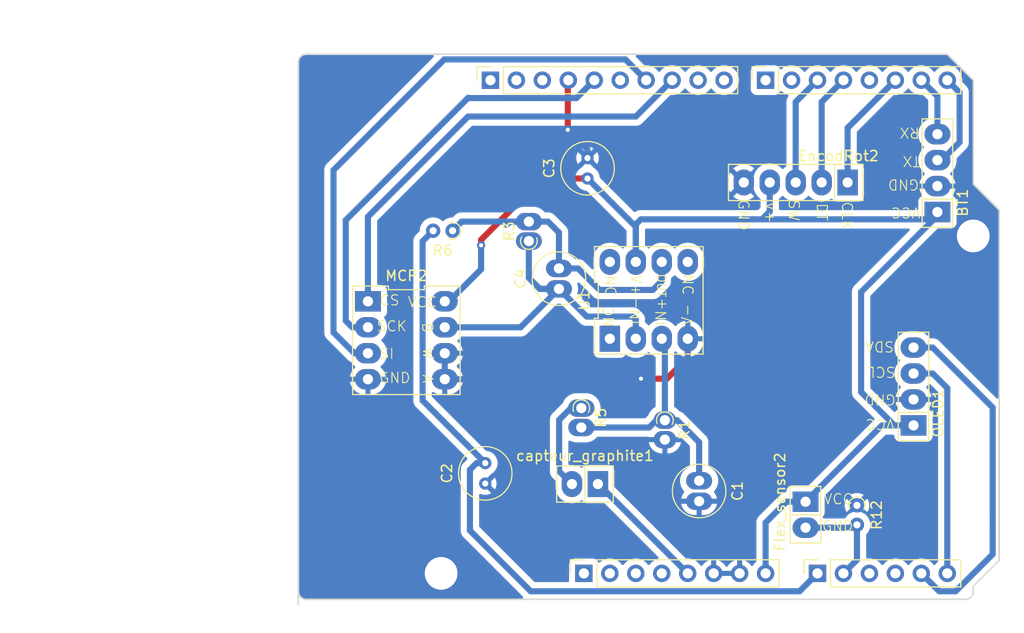
<source format=kicad_pcb>
(kicad_pcb (version 20221018) (generator pcbnew)
  (title_block (date "mar. 31 mars 2015"))
  (layers (0 "F.Cu" signal) (31 "B.Cu" signal) (34 "B.Paste" user) (35 "F.Paste" user) (36 "B.SilkS" user "B.Silkscreen") (37 "F.SilkS" user "F.Silkscreen") (38 "B.Mask" user) (39 "F.Mask" user) (44 "Edge.Cuts" user))
  (net 0 "")
  (net 1 "GND")
  (net 3 "/IOREF")
  (net 4 "/A2")
  (net 5 "/A3")
  (net 6 "/12")
  (net 7 "/AREF")
  (net 8 "/8")
  (net 9 "/7")
  (net 10 "/*9")
  (net 11 "/*6")
  (net 12 "/*3")
  (net 13 "+3V3")
  (net 14 "Vcc")
  (net 15 "/~{RESET}")
  (net 16 "Net-(C4-Pad2)")
  (net 17 "Net-(MCP2-B)")
  (net 18 "Net-(U1-+)")
  (net 21 "Net-(capteur_graphite1-SENSE)")
  (net 23 "A1")
  (net 24 "A0")
  (net 25 "SCL{slash}A5")
  (net 26 "SDA{slash}A4")
  (net 27 "TX")
  (net 28 "RX")
  (net 29 "D2")
  (net 30 "D4")
  (net 31 "D5")
  (net 32 "SCK")
  (net 33 "SI")
  (net 34 "SS")
  (footprint "Connector_PinSocket_2.54mm:PinSocket_1x08_P2.54mm_Vertical" (layer "F.Cu") (at 127.94 97.46 90)
    (fp_text reference "J1" hide)
    (fp_text value "Power")
    (fp_line (start -1.33 1.27) (end -1.33 19.11) (stroke (width 0.12)) (layer "F.SilkS"))
    (fp_line (start -1.33 1.27) (end 1.33 1.27) (stroke (width 0.12)) (layer "F.SilkS"))
    (fp_line (start -1.33 19.11) (end 1.33 19.11) (stroke (width 0.12)) (layer "F.SilkS"))
    (fp_line (start 0 -1.33) (end 1.33 -1.33) (stroke (width 0.12)) (layer "F.SilkS"))
    (fp_line (start 1.33 -1.33) (end 1.33 0) (stroke (width 0.12)) (layer "F.SilkS"))
    (fp_line (start 1.33 1.27) (end 1.33 19.11) (stroke (width 0.12)) (layer "F.SilkS"))
    (pad "1" thru_hole rect locked (at 0 0 90) (size 1.7 1.7) (drill 1) (layers "*.Cu" "*.Mask"))
    (pad "2" thru_hole oval locked (at 0 2.54 90) (size 1.7 1.7) (drill 1) (layers "*.Cu" "*.Mask") (net 3 "/IOREF"))
    (pad "3" thru_hole oval locked (at 0 5.08 90) (size 1.7 1.7) (drill 1) (layers "*.Cu" "*.Mask") (net 15 "/~{RESET}"))
    (pad "4" thru_hole oval locked (at 0 7.62 90) (size 1.7 1.7) (drill 1) (layers "*.Cu" "*.Mask") (net 13 "+3V3"))
    (pad "5" thru_hole oval locked (at 0 10.16 90) (size 1.7 1.7) (drill 1) (layers "*.Cu" "*.Mask") (net 14 "Vcc"))
    (pad "6" thru_hole oval locked (at 0 12.7 90) (size 1.7 1.7) (drill 1) (layers "*.Cu" "*.Mask") (net 1 "GND"))
    (pad "7" thru_hole oval locked (at 0 15.24 90) (size 1.7 1.7) (drill 1) (layers "*.Cu" "*.Mask") (net 1 "GND"))
    (pad "8" thru_hole oval locked (at 0 17.78 90) (size 1.7 1.7) (drill 1) (layers "*.Cu" "*.Mask") (net 14 "Vcc"))
  )
  (footprint "Connector_PinSocket_2.54mm:PinSocket_1x06_P2.54mm_Vertical" (layer "F.Cu") (at 150.8 97.46 90)
    (fp_text reference "J3" hide)
    (fp_text value "Analog")
    (fp_line (start -1.33 1.27) (end -1.33 14.03) (stroke (width 0.12)) (layer "F.SilkS"))
    (fp_line (start -1.33 1.27) (end 1.33 1.27) (stroke (width 0.12)) (layer "F.SilkS"))
    (fp_line (start -1.33 14.03) (end 1.33 14.03) (stroke (width 0.12)) (layer "F.SilkS"))
    (fp_line (start 0 -1.33) (end 1.33 -1.33) (stroke (width 0.12)) (layer "F.SilkS"))
    (fp_line (start 1.33 -1.33) (end 1.33 0) (stroke (width 0.12)) (layer "F.SilkS"))
    (fp_line (start 1.33 1.27) (end 1.33 14.03) (stroke (width 0.12)) (layer "F.SilkS"))
    (pad "1" thru_hole rect locked (at 0 0 90) (size 1.7 1.7) (drill 1) (layers "*.Cu" "*.Mask") (net 24 "A0"))
    (pad "2" thru_hole oval locked (at 0 2.54 90) (size 1.7 1.7) (drill 1) (layers "*.Cu" "*.Mask") (net 23 "A1"))
    (pad "3" thru_hole oval locked (at 0 5.08 90) (size 1.7 1.7) (drill 1) (layers "*.Cu" "*.Mask") (net 4 "/A2"))
    (pad "4" thru_hole oval locked (at 0 7.62 90) (size 1.7 1.7) (drill 1) (layers "*.Cu" "*.Mask") (net 5 "/A3"))
    (pad "5" thru_hole oval locked (at 0 10.16 90) (size 1.7 1.7) (drill 1) (layers "*.Cu" "*.Mask") (net 26 "SDA{slash}A4"))
    (pad "6" thru_hole oval locked (at 0 12.7 90) (size 1.7 1.7) (drill 1) (layers "*.Cu" "*.Mask") (net 25 "SCL{slash}A5"))
  )
  (footprint "Connector_PinSocket_2.54mm:PinSocket_1x10_P2.54mm_Vertical" (layer "F.Cu") (at 118.796 49.2 90)
    (fp_text reference "J2" hide)
    (fp_text value "Digital/PWM")
    (fp_line (start -1.33 1.27) (end -1.33 24.19) (stroke (width 0.12)) (layer "F.SilkS"))
    (fp_line (start -1.33 1.27) (end 1.33 1.27) (stroke (width 0.12)) (layer "F.SilkS"))
    (fp_line (start -1.33 24.19) (end 1.33 24.19) (stroke (width 0.12)) (layer "F.SilkS"))
    (fp_line (start 0 -1.33) (end 1.33 -1.33) (stroke (width 0.12)) (layer "F.SilkS"))
    (fp_line (start 1.33 -1.33) (end 1.33 0) (stroke (width 0.12)) (layer "F.SilkS"))
    (fp_line (start 1.33 1.27) (end 1.33 24.19) (stroke (width 0.12)) (layer "F.SilkS"))
    (pad "1" thru_hole rect locked (at 0 0 90) (size 1.7 1.7) (drill 1) (layers "*.Cu" "*.Mask") (net 25 "SCL{slash}A5"))
    (pad "2" thru_hole oval locked (at 0 2.54 90) (size 1.7 1.7) (drill 1) (layers "*.Cu" "*.Mask") (net 26 "SDA{slash}A4"))
    (pad "3" thru_hole oval locked (at 0 5.08 90) (size 1.7 1.7) (drill 1) (layers "*.Cu" "*.Mask") (net 7 "/AREF"))
    (pad "4" thru_hole oval locked (at 0 7.62 90) (size 1.7 1.7) (drill 1) (layers "*.Cu" "*.Mask") (net 1 "GND"))
    (pad "5" thru_hole oval locked (at 0 10.16 90) (size 1.7 1.7) (drill 1) (layers "*.Cu" "*.Mask") (net 32 "SCK"))
    (pad "6" thru_hole oval locked (at 0 12.7 90) (size 1.7 1.7) (drill 1) (layers "*.Cu" "*.Mask") (net 6 "/12"))
    (pad "7" thru_hole oval locked (at 0 15.24 90) (size 1.7 1.7) (drill 1) (layers "*.Cu" "*.Mask") (net 33 "SI"))
    (pad "8" thru_hole oval locked (at 0 17.78 90) (size 1.7 1.7) (drill 1) (layers "*.Cu" "*.Mask") (net 34 "SS"))
    (pad "9" thru_hole oval locked (at 0 20.32 90) (size 1.7 1.7) (drill 1) (layers "*.Cu" "*.Mask") (net 10 "/*9"))
    (pad "10" thru_hole oval locked (at 0 22.86 90) (size 1.7 1.7) (drill 1) (layers "*.Cu" "*.Mask") (net 8 "/8"))
  )
  (footprint "Connector_PinSocket_2.54mm:PinSocket_1x08_P2.54mm_Vertical" (layer "F.Cu") (at 145.72 49.2 90)
    (fp_text reference "J4" hide)
    (fp_text value "Digital/PWM")
    (fp_line (start -1.33 1.27) (end -1.33 19.11) (stroke (width 0.12)) (layer "F.SilkS"))
    (fp_line (start -1.33 1.27) (end 1.33 1.27) (stroke (width 0.12)) (layer "F.SilkS"))
    (fp_line (start -1.33 19.11) (end 1.33 19.11) (stroke (width 0.12)) (layer "F.SilkS"))
    (fp_line (start 0 -1.33) (end 1.33 -1.33) (stroke (width 0.12)) (layer "F.SilkS"))
    (fp_line (start 1.33 -1.33) (end 1.33 0) (stroke (width 0.12)) (layer "F.SilkS"))
    (fp_line (start 1.33 1.27) (end 1.33 19.11) (stroke (width 0.12)) (layer "F.SilkS"))
    (pad "1" thru_hole rect locked (at 0 0 90) (size 1.7 1.7) (drill 1) (layers "*.Cu" "*.Mask") (net 9 "/7"))
    (pad "2" thru_hole oval locked (at 0 2.54 90) (size 1.7 1.7) (drill 1) (layers "*.Cu" "*.Mask") (net 11 "/*6"))
    (pad "3" thru_hole oval locked (at 0 5.08 90) (size 1.7 1.7) (drill 1) (layers "*.Cu" "*.Mask") (net 31 "D5"))
    (pad "4" thru_hole oval locked (at 0 7.62 90) (size 1.7 1.7) (drill 1) (layers "*.Cu" "*.Mask") (net 30 "D4"))
    (pad "5" thru_hole oval locked (at 0 10.16 90) (size 1.7 1.7) (drill 1) (layers "*.Cu" "*.Mask") (net 12 "/*3"))
    (pad "6" thru_hole oval locked (at 0 12.7 90) (size 1.7 1.7) (drill 1) (layers "*.Cu" "*.Mask") (net 29 "D2"))
    (pad "7" thru_hole oval locked (at 0 15.24 90) (size 1.7 1.7) (drill 1) (layers "*.Cu" "*.Mask") (net 27 "TX"))
    (pad "8" thru_hole oval locked (at 0 17.78 90) (size 1.7 1.7) (drill 1) (layers "*.Cu" "*.Mask") (net 28 "RX"))
  )
  (footprint "Library_empreinte_graphite:OLED" (layer "F.Cu") (at 160.198 79.172 90)
    (fp_text reference "OLED1" (at -2.6162 2.413 90) (layer "F.SilkS"))
    (fp_text value "~")
    (fp_text user "VCC" (at -3.0988 -1.778 180 unlocked) (layer "F.SilkS") (effects (font (thickness 0.1)) (justify left bottom)))
    (fp_text user "GND" (at -0.6858 -1.6764 180 unlocked) (layer "F.SilkS") (effects (font (thickness 0.1)) (justify left bottom)))
    (fp_text user "SCL" (at 2.0066 -1.7018 180 unlocked) (layer "F.SilkS") (effects (font (thickness 0.1)) (justify left bottom)))
    (fp_text user "SDA" (at 4.4958 -1.8542 180 unlocked) (layer "F.SilkS") (effects (font (thickness 0.1)) (justify left bottom)))
    (fp_line (start -5.31 -1.5) (end 5.31 -1.5) (stroke (width 0.12)) (layer "F.SilkS"))
    (fp_line (start -5.31 1.5) (end -5.31 -1.5) (stroke (width 0.12)) (layer "F.SilkS"))
    (fp_line (start -2.54 -1.5) (end -2.54 1.5) (stroke (width 0.12)) (layer "F.SilkS"))
    (fp_line (start 5.31 -1.5) (end 5.31 1.5) (stroke (width 0.12)) (layer "F.SilkS"))
    (fp_line (start 5.31 1.5) (end -5.31 1.5) (stroke (width 0.12)) (layer "F.SilkS"))
    (pad "1" thru_hole rect (at -3.81 0 90) (size 2 2.54) (drill 1) (layers "*.Cu" "*.Mask") (net 14 "Vcc"))
    (pad "2" thru_hole oval (at -1.27 0 90) (size 2 2.54) (drill 1) (layers "*.Cu" "*.Mask") (net 1 "GND"))
    (pad "3" thru_hole oval (at 1.27 0 90) (size 2 2.54) (drill 1) (layers "*.Cu" "*.Mask") (net 25 "SCL{slash}A5"))
    (pad "4" thru_hole oval (at 3.81 0 90) (size 2 2.54) (drill 1) (layers "*.Cu" "*.Mask") (net 26 "SDA{slash}A4"))
  )
  (footprint "Library_empreinte_graphite:LTC1050" (layer "F.Cu") (at 134.29 70.74)
    (fp_text reference "U1" (at -6.31 0 90) (layer "F.SilkS"))
    (fp_text value "LTC1050")
    (fp_text user "NC" (at 3.2258 -2.6162 -90 unlocked) (layer "F.SilkS") (effects (font (thickness 0.1)) (justify left bottom)))
    (fp_text user "NC" (at -3.3274 2.6924 90 unlocked) (layer "F.SilkS") (effects (font (thickness 0.1)) (justify left bottom)))
    (fp_text user "V-" (at 4.318 2.5146 90 unlocked) (layer "F.SilkS") (effects (font (thickness 0.1)) (justify left bottom)))
    (fp_text user "IN-" (at -0.7366 2.4638 90 unlocked) (layer "F.SilkS") (effects (font (thickness 0.1)) (justify left bottom)))
    (fp_text user "OUT" (at 0.762 -2.6416 270 unlocked) (layer "F.SilkS") (effects (font (size 0.8 0.8) (thickness 0.1)) (justify left bottom)))
    (fp_text user "NC" (at -4.3434 -2.5146 -90 unlocked) (layer "F.SilkS") (effects (font (thickness 0.1)) (justify left bottom)))
    (fp_text user "V+" (at -1.8034 -2.5654 -90 unlocked) (layer "F.SilkS") (effects (font (thickness 0.1)) (justify left bottom)))
    (fp_text user "IN+" (at 1.8034 2.5654 90 unlocked) (layer "F.SilkS") (effects (font (thickness 0.1)) (justify left bottom)))
    (fp_line (start -5.31 -5.26) (end -5.31 -1.753333) (stroke (width 0.12)) (layer "F.SilkS"))
    (fp_line (start -5.31 -1.753333) (end -4.95 -1.753333) (stroke (width 0.12)) (layer "F.SilkS"))
    (fp_line (start -5.31 1.753333) (end -5.31 5.26) (stroke (width 0.12)) (layer "F.SilkS"))
    (fp_line (start -5.31 5.26) (end 5.31 5.26) (stroke (width 0.12)) (layer "F.SilkS"))
    (fp_line (start -4.95 -1.753333) (end -4.95 1.753333) (stroke (width 0.12)) (layer "F.SilkS"))
    (fp_line (start -4.95 1.753333) (end -5.31 1.753333) (stroke (width 0.12)) (layer "F.SilkS"))
    (fp_line (start 5.31 -5.26) (end -5.31 -5.26) (stroke (width 0.12)) (layer "F.SilkS"))
    (fp_line (start 5.31 5.26) (end 5.31 -5.26) (stroke (width 0.12)) (layer "F.SilkS"))
    (pad "1" thru_hole rect (at -3.81 3.76) (size 2 2.54) (drill 1) (layers "*.Cu" "*.Mask"))
    (pad "2" thru_hole oval (at -1.27 3.76) (size 2 2.54) (drill 1) (layers "*.Cu" "*.Mask") (net 17 "Net-(MCP2-B)"))
    (pad "3" thru_hole oval (at 1.27 3.76) (size 2 2.54) (drill 1) (layers "*.Cu" "*.Mask") (net 18 "Net-(U1-+)"))
    (pad "4" thru_hole oval (at 3.81 3.76) (size 2 2.54) (drill 1) (layers "*.Cu" "*.Mask") (net 1 "GND"))
    (pad "5" thru_hole oval (at 3.81 -3.76) (size 2 2.54) (drill 1) (layers "*.Cu" "*.Mask"))
    (pad "6" thru_hole oval (at 1.27 -3.76) (size 2 2.54) (drill 1) (layers "*.Cu" "*.Mask") (net 16 "Net-(C4-Pad2)"))
    (pad "7" thru_hole oval (at -1.27 -3.76) (size 2 2.54) (drill 1) (layers "*.Cu" "*.Mask") (net 14 "Vcc"))
    (pad "8" thru_hole oval (at -3.81 -3.76) (size 2 2.54) (drill 1) (layers "*.Cu" "*.Mask"))
  )
  (footprint "Capacitor_THT:C_Radial_D5.0mm_H5.0mm_P2.00mm" (layer "F.Cu") (at 125.5016 69.6216 90)
    (fp_text reference "C4" (at 1 -3.75 90) (layer "F.SilkS"))
    (fp_text value "1u")
    (fp_circle (center 1 0) (end 3.62 0) (stroke (width 0.12)) (fill none) (layer "F.SilkS"))
    (pad "1" thru_hole oval (at 0 0 90) (size 1.7 2.54) (drill 1) (layers "*.Cu" "*.Mask") (net 17 "Net-(MCP2-B)"))
    (pad "2" thru_hole oval (at 2 0 90) (size 1.7 2.54) (drill 1) (layers "*.Cu" "*.Mask") (net 16 "Net-(C4-Pad2)"))
  )
  (footprint "Library_empreinte_graphite:Encodeur" (layer "F.Cu") (at 148.6664 59.2076 180)
    (fp_text reference "EncodRot2" (at -4.1656 2.5908) (layer "F.SilkS"))
    (fp_text value "~")
    (fp_text user "SW" (at 0.762 -1.6256 270 unlocked) (layer "F.SilkS") (effects (font (thickness 0.1)) (justify left bottom)))
    (fp_text user "DT" (at -1.9812 -1.9558 270 unlocked) (layer "F.SilkS") (effects (font (thickness 0.1)) (justify left bottom)))
    (fp_text user "CLK" (at -4.445 -1.8034 270 unlocked) (layer "F.SilkS") (effects (font (thickness 0.1)) (justify left bottom)))
    (fp_text user "V+" (at 3.0734 -1.8288 270 unlocked) (layer "F.SilkS") (effects (font (thickness 0.1)) (justify left bottom)))
    (fp_text user "GND" (at 5.6896 -1.6002 270 unlocked) (layer "F.SilkS") (effects (font (thickness 0.1)) (justify left bottom)))
    (fp_line (start -6.58 -1.77) (end 6.58 -1.77) (stroke (width 0.12)) (layer "F.SilkS"))
    (fp_line (start -6.58 1.77) (end -6.58 -1.77) (stroke (width 0.12)) (layer "F.SilkS"))
    (fp_line (start -3.81 -1.77) (end -3.81 1.77) (stroke (width 0.12)) (layer "F.SilkS"))
    (fp_line (start 6.58 -1.77) (end 6.58 1.77) (stroke (width 0.12)) (layer "F.SilkS"))
    (fp_line (start 6.58 1.77) (end -6.58 1.77) (stroke (width 0.12)) (layer "F.SilkS"))
    (pad "1" thru_hole rect (at -5.08 0 180) (size 2 2.54) (drill 1) (layers "*.Cu" "*.Mask") (net 29 "D2"))
    (pad "2" thru_hole oval (at -2.54 0 180) (size 2 2.54) (drill 1) (layers "*.Cu" "*.Mask") (net 30 "D4"))
    (pad "3" thru_hole oval (at 0 0 180) (size 2 2.54) (drill 1) (layers "*.Cu" "*.Mask") (net 31 "D5"))
    (pad "4" thru_hole oval (at 2.54 0 180) (size 2 2.54) (drill 1) (layers "*.Cu" "*.Mask") (net 14 "Vcc"))
    (pad "5" thru_hole oval (at 5.08 0 180) (size 2 2.54) (drill 1) (layers "*.Cu" "*.Mask") (net 1 "GND"))
  )
  (footprint "Resistor_THT:R_Axial_DIN0204_L3.6mm_D1.6mm_P1.90mm_Vertical" (layer "F.Cu") (at 154.6608 90.8052 -90)
    (fp_text reference "R12" (at 0.95 -1.92 -270) (layer "F.SilkS"))
    (fp_text value "56.4K")
    (fp_arc (start 0.320095 0.749359) (mid -0.813042 -0.054435) (end 0.417133 -0.7) (stroke (width 0.12)) (layer "F.SilkS"))
    (pad "1" thru_hole circle (at 0 0 270) (size 1.4 1.4) (drill 0.7) (layers "*.Cu" "*.Mask") (net 1 "GND"))
    (pad "2" thru_hole oval (at 1.9 0 270) (size 1.4 1.4) (drill 0.7) (layers "*.Cu" "*.Mask") (net 23 "A1"))
  )
  (footprint "Library_empreinte_graphite:Bluetooth" (layer "F.Cu") (at 162.5348 58.2932 90)
    (fp_text reference "BT1" (at -2.8956 2.4638 90) (layer "F.SilkS"))
    (fp_text value "~")
    (fp_text user "RX" (at 4.5466 -1.6764 180 unlocked) (layer "F.SilkS") (effects (font (thickness 0.1)) (justify left bottom)))
    (fp_text user "VCC" (at -3.2766 -1.6002 180 unlocked) (layer "F.SilkS") (effects (font (thickness 0.1)) (justify left bottom)))
    (fp_text user "GND" (at -0.5334 -1.7272 180 unlocked) (layer "F.SilkS") (effects (font (thickness 0.1)) (justify left bottom)))
    (fp_text user "TX" (at 1.7526 -1.6256 180 unlocked) (layer "F.SilkS") (effects (font (thickness 0.1)) (justify left bottom)))
    (fp_line (start -5.31 -1.5) (end 5.31 -1.5) (stroke (width 0.12)) (layer "F.SilkS"))
    (fp_line (start -5.31 1.5) (end -5.31 -1.5) (stroke (width 0.12)) (layer "F.SilkS"))
    (fp_line (start -2.54 -1.5) (end -2.54 1.5) (stroke (width 0.12)) (layer "F.SilkS"))
    (fp_line (start 5.31 -1.5) (end 5.31 1.5) (stroke (width 0.12)) (layer "F.SilkS"))
    (fp_line (start 5.31 1.5) (end -5.31 1.5) (stroke (width 0.12)) (layer "F.SilkS"))
    (pad "1" thru_hole rect (at -3.81 0 90) (size 2 2.54) (drill 1) (layers "*.Cu" "*.Mask") (net 14 "Vcc"))
    (pad "2" thru_hole oval (at -1.27 0 90) (size 2 2.54) (drill 1) (layers "*.Cu" "*.Mask") (net 1 "GND"))
    (pad "3" thru_hole oval (at 1.27 0 90) (size 2 2.54) (drill 1) (layers "*.Cu" "*.Mask") (net 28 "RX"))
    (pad "4" thru_hole oval (at 3.81 0 90) (size 2 2.54) (drill 1) (layers "*.Cu" "*.Mask") (net 27 "TX"))
  )
  (footprint "Resistor_THT:R_Axial_DIN0204_L3.6mm_D1.6mm_P1.90mm_Vertical" (layer "F.Cu") (at 127.686 81.2852 -90)
    (fp_text reference "R5" (at 0.95 -1.92 -270) (layer "F.SilkS"))
    (fp_text value "10k")
    (fp_arc (start 0.320095 0.749359) (mid -0.813042 -0.054435) (end 0.417133 -0.7) (stroke (width 0.12)) (layer "F.SilkS"))
    (pad "1" thru_hole oval (at 0 0 270) (size 1.7 2.57) (drill 1) (layers "*.Cu" "*.Mask") (net 21 "Net-(capteur_graphite1-SENSE)"))
    (pad "2" thru_hole oval (at 1.9 0 270) (size 1.7 2.54) (drill 1) (layers "*.Cu" "*.Mask") (net 18 "Net-(U1-+)"))
  )
  (footprint "Resistor_THT:R_Axial_DIN0204_L3.6mm_D1.6mm_P1.90mm_Vertical" (layer "F.Cu") (at 135.8648 82.474 -90)
    (fp_text reference "R1" (at 0.95 -1.92 90) (layer "F.SilkS"))
    (fp_text value "100K")
    (fp_arc (start 0.320095 0.749359) (mid -0.813042 -0.054435) (end 0.417133 -0.7) (stroke (width 0.12)) (layer "F.SilkS"))
    (pad "1" thru_hole oval (at 0 0 270) (size 1.7 2.2) (drill 1) (layers "*.Cu" "*.Mask") (net 18 "Net-(U1-+)"))
    (pad "2" thru_hole oval (at 1.9 0 270) (size 1.7 2.2) (drill 1) (layers "*.Cu" "*.Mask") (net 1 "GND"))
  )
  (footprint "Library_empreinte_graphite:FLEX" (layer "F.Cu") (at 149.6316 91.7196 -90)
    (fp_text reference "Flex_sensor2" (at -1.2446 2.5 90) (layer "F.SilkS"))
    (fp_text value "~")
    (fp_text user "VCC" (at -0.9398 -1.7018 unlocked) (layer "F.SilkS") (effects (font (thickness 0.1)) (justify left bottom)))
    (fp_text user "GND" (at 1.7018 -1.5494 unlocked) (layer "F.SilkS") (effects (font (thickness 0.1)) (justify left bottom)))
    (fp_line (start -2.77 -1.5) (end 2.77 -1.5) (stroke (width 0.12)) (layer "F.SilkS"))
    (fp_line (start -2.77 1.5) (end -2.77 -1.5) (stroke (width 0.12)) (layer "F.SilkS"))
    (fp_line (start 0 -1.5) (end 0 1.5) (stroke (width 0.12)) (layer "F.SilkS"))
    (fp_line (start 2.77 -1.5) (end 2.77 1.5) (stroke (width 0.12)) (layer "F.SilkS"))
    (fp_line (start 2.77 1.5) (end -2.77 1.5) (stroke (width 0.12)) (layer "F.SilkS"))
    (pad "1" thru_hole rect (at -1.27 0 270) (size 2 2.54) (drill 1) (layers "*.Cu" "*.Mask") (net 14 "Vcc"))
    (pad "2" thru_hole oval (at 1.27 0 270) (size 2 2.54) (drill 1) (layers "*.Cu" "*.Mask") (net 23 "A1"))
  )
  (footprint "Arduino_MountingHole:MountingHole_3.2mm" (layer "F.Cu") (at 115.24 49.2)
    (fp_text reference "MH1" hide)
    (fp_text value "MountingHole_3.2mm" hide)
    (pad "" np_thru_hole circle locked (at 0 0) (size 3.2 3.2) (drill 3.2) (layers "*.Cu" "*.Mask"))
  )
  (footprint "Resistor_THT:R_Axial_DIN0204_L3.6mm_D1.6mm_P1.90mm_Vertical" (layer "F.Cu") (at 122.5552 64.9386 90)
    (fp_text reference "R3" (at 0.95 -1.92 90) (layer "F.SilkS"))
    (fp_text value "100k")
    (fp_arc (start 0.320095 0.749359) (mid -0.813042 -0.054435) (end 0.417133 -0.7) (stroke (width 0.12)) (layer "F.SilkS"))
    (pad "1" thru_hole oval (at 0 0 90) (size 1.7 2.54) (drill 1) (layers "*.Cu" "*.Mask") (net 17 "Net-(MCP2-B)"))
    (pad "2" thru_hole oval (at 1.9 0 90) (size 1.7 2.54) (drill 1) (layers "*.Cu" "*.Mask") (net 16 "Net-(C4-Pad2)"))
  )
  (footprint "Capacitor_THT:C_Radial_D5.0mm_H5.0mm_P2.00mm" (layer "F.Cu") (at 118.288 88.6716 90)
    (fp_text reference "C2" (at 1 -3.75 90) (layer "F.SilkS"))
    (fp_text value "100n")
    (fp_circle (center 1 0) (end 3.62 0) (stroke (width 0.12)) (fill none) (layer "F.SilkS"))
    (pad "1" thru_hole circle (at 0 0 90) (size 1.2 1.2) (drill 0.6) (layers "*.Cu" "*.Mask") (net 1 "GND"))
    (pad "2" thru_hole circle (at 2 0 90) (size 1.2 1.2) (drill 0.6) (layers "*.Cu" "*.Mask") (net 24 "A0"))
  )
  (footprint "Capacitor_THT:C_Radial_D5.0mm_H5.0mm_P2.00mm" (layer "F.Cu") (at 139.2176 88.3988 -90)
    (fp_text reference "C1" (at 1 -3.75 -90) (layer "F.SilkS"))
    (fp_text value "100N")
    (fp_circle (center 1 0) (end 3.62 0) (stroke (width 0.12)) (fill none) (layer "F.SilkS"))
    (pad "1" thru_hole oval (at 0 0 270) (size 1.7 2.54) (drill 1) (layers "*.Cu" "*.Mask") (net 18 "Net-(U1-+)"))
    (pad "2" thru_hole oval (at 2 0 270) (size 1.7 2.54) (drill 1) (layers "*.Cu" "*.Mask") (net 1 "GND"))
  )
  (footprint "Arduino_MountingHole:MountingHole_3.2mm" (layer "F.Cu") (at 113.97 97.46)
    (fp_text reference "MH2" hide)
    (fp_text value "MountingHole_3.2mm" hide)
    (pad "" np_thru_hole circle locked (at 0 0) (size 3.2 3.2) (drill 3.2) (layers "*.Cu" "*.Mask"))
  )
  (footprint "Arduino_MountingHole:MountingHole_3.2mm" (layer "F.Cu") (at 166.04 64.44)
    (fp_text reference "MH3" hide)
    (fp_text value "MountingHole_3.2mm" hide)
    (pad "" np_thru_hole circle locked (at 0 0) (size 3.2 3.2) (drill 3.2) (layers "*.Cu" "*.Mask"))
  )
  (footprint "Capacitor_THT:C_Radial_D5.0mm_H5.0mm_P2.00mm" (layer "F.Cu") (at 128.2956 58.82 90)
    (fp_text reference "C3" (at 1 -3.75 90) (layer "F.SilkS"))
    (fp_text value "100N")
    (fp_circle (center 1 0) (end 3.62 0) (stroke (width 0.12)) (fill none) (layer "F.SilkS"))
    (pad "1" thru_hole circle (at 0 0 90) (size 1.2 1.2) (drill 0.6) (layers "*.Cu" "*.Mask") (net 14 "Vcc"))
    (pad "2" thru_hole circle (at 2 0 90) (size 1.2 1.2) (drill 0.6) (layers "*.Cu" "*.Mask") (net 1 "GND"))
  )
  (footprint "Arduino_MountingHole:MountingHole_3.2mm" (layer "F.Cu") (at 166.04 92.38)
    (fp_text reference "MH4" hide)
    (fp_text value "MountingHole_3.2mm" hide)
    (pad "" np_thru_hole circle locked (at 0 0) (size 3.2 3.2) (drill 3.2) (layers "*.Cu" "*.Mask"))
  )
  (footprint "Library_empreinte_graphite:MCP41050" (layer "F.Cu") (at 110.5672 74.6508 -90)
    (fp_text reference "MCP2" (at -6.31 0) (layer "F.SilkS"))
    (fp_text value "~")
    (fp_text user "SI" (at 1.905 2.6924 unlocked) (layer "F.SilkS") (effects (font (thickness 0.1)) (justify left bottom)))
    (fp_text user "W" (at 0.635 -1.5494 -90 unlocked) (layer "F.SilkS") (effects (font (thickness 0.1)) (justify left bottom)))
    (fp_text user "GND" (at 4.2672 2.7178 unlocked) (layer "F.SilkS") (effects (font (thickness 0.1)) (justify left bottom)))
    (fp_text user "A" (at 3.2766 -1.4986 -90 unlocked) (layer "F.SilkS") (effects (font (thickness 0.1)) (justify left bottom)))
    (fp_text user "CS" (at -3.3274 2.6924 unlocked) (layer "F.SilkS") (effects (font (thickness 0.1)) (justify left bottom)))
    (fp_text user "VCC" (at -3.1496 -0.0762 unlocked) (layer "F.SilkS") (effects (font (thickness 0.1)) (justify left bottom)))
    (fp_text user "SCK" (at -0.7874 2.9718 unlocked) (layer "F.SilkS") (effects (font (thickness 0.1)) (justify left bottom)))
    (fp_text user "B" (at -1.8034 -1.4732 -90 unlocked) (layer "F.SilkS") (effects (font (thickness 0.1)) (justify left bottom)))
    (fp_line (start -5.31 -5.26) (end -5.31 -1.753333) (stroke (width 0.12)) (layer "F.SilkS"))
    (fp_line (start -5.31 -1.753333) (end -4.95 -1.753333) (stroke (width 0.12)) (layer "F.SilkS"))
    (fp_line (start -5.31 1.753333) (end -5.31 5.26) (stroke (width 0.12)) (layer "F.SilkS"))
    (fp_line (start -5.31 5.26) (end 5.31 5.26) (stroke (width 0.12)) (layer "F.SilkS"))
    (fp_line (start -4.95 -1.753333) (end -4.95 1.753333) (stroke (width 0.12)) (layer "F.SilkS"))
    (fp_line (start -4.95 1.753333) (end -5.31 1.753333) (stroke (width 0.12)) (layer "F.SilkS"))
    (fp_line (start 5.31 -5.26) (end -5.31 -5.26) (stroke (width 0.12)) (layer "F.SilkS"))
    (fp_line (start 5.31 5.26) (end 5.31 -5.26) (stroke (width 0.12)) (layer "F.SilkS"))
    (pad "1" thru_hole rect (at -3.81 3.76 270) (size 2 2.54) (drill 1) (layers "*.Cu" "*.Mask") (net 34 "SS"))
    (pad "2" thru_hole oval (at -1.27 3.76 270) (size 2 2.54) (drill 1) (layers "*.Cu" "*.Mask") (net 32 "SCK"))
    (pad "3" thru_hole oval (at 1.27 3.76 270) (size 2 2.54) (drill 1) (layers "*.Cu" "*.Mask") (net 33 "SI"))
    (pad "4" thru_hole oval (at 3.81 3.76 270) (size 2 2.54) (drill 1) (layers "*.Cu" "*.Mask") (net 1 "GND"))
    (pad "5" thru_hole oval (at 3.81 -3.76 270) (size 2 2.54) (drill 1) (layers "*.Cu" "*.Mask") (net 1 "GND"))
    (pad "6" thru_hole oval (at 1.27 -3.76 270) (size 2 2.54) (drill 1) (layers "*.Cu" "*.Mask") (net 1 "GND"))
    (pad "7" thru_hole oval (at -1.27 -3.76 270) (size 2 2.54) (drill 1) (layers "*.Cu" "*.Mask") (net 17 "Net-(MCP2-B)"))
    (pad "8" thru_hole oval (at -3.81 -3.76 270) (size 2 2.54) (drill 1) (layers "*.Cu" "*.Mask") (net 14 "Vcc"))
  )
  (footprint "Library_empreinte_graphite:Capteur_graphite" (layer "F.Cu") (at 128.0416 88.7224 180)
    (fp_text reference "capteur_graphite1" (at 0 2.77) (layer "F.SilkS"))
    (fp_text value "~")
    (fp_line (start -2.77 -1.77) (end 2.77 -1.77) (stroke (width 0.12)) (layer "F.SilkS"))
    (fp_line (start -2.77 1.77) (end -2.77 -1.77) (stroke (width 0.12)) (layer "F.SilkS"))
    (fp_line (start 0 -1.77) (end 0 1.77) (stroke (width 0.12)) (layer "F.SilkS"))
    (fp_line (start 2.77 -1.77) (end 2.77 1.77) (stroke (width 0.12)) (layer "F.SilkS"))
    (fp_line (start 2.77 1.77) (end -2.77 1.77) (stroke (width 0.12)) (layer "F.SilkS"))
    (pad "1" thru_hole rect (at -1.27 0 180) (size 2 2.54) (drill 1) (layers "*.Cu" "*.Mask") (net 14 "Vcc"))
    (pad "2" thru_hole oval (at 1.27 0 180) (size 2 2.54) (drill 1) (layers "*.Cu" "*.Mask") (net 21 "Net-(capteur_graphite1-SENSE)"))
  )
  (footprint "Resistor_THT:R_Axial_DIN0204_L3.6mm_D1.6mm_P1.90mm_Vertical" (layer "F.Cu") (at 115.0876 63.932 180)
    (fp_text reference "R6" (at 0.95 -1.92) (layer "F.SilkS"))
    (fp_text value "1k")
    (fp_arc (start 0.320095 0.749359) (mid -0.813042 -0.054435) (end 0.417133 -0.7) (stroke (width 0.12)) (layer "F.SilkS"))
    (pad "1" thru_hole circle (at 0 0 180) (size 1.4 1.4) (drill 0.7) (layers "*.Cu" "*.Mask") (net 16 "Net-(C4-Pad2)"))
    (pad "2" thru_hole oval (at 1.9 0 180) (size 1.4 1.4) (drill 0.7) (layers "*.Cu" "*.Mask") (net 24 "A0"))
  )
  (gr_line (start 166.04 59.36) (end 168.58 61.9) (stroke (width 0.15)) (layer "Edge.Cuts"))
  (gr_line (start 100 100.508) (end 100 47.422) (stroke (width 0.15)) (layer "Edge.Cuts"))
  (gr_line (start 168.58 61.9) (end 168.58 96.19) (stroke (width 0.15)) (layer "Edge.Cuts"))
  (gr_line (start 165.278 100) (end 100.762 100) (stroke (width 0.15)) (layer "Edge.Cuts"))
  (gr_line (start 100.762 46.66) (end 163.5 46.66) (stroke (width 0.15)) (layer "Edge.Cuts"))
  (gr_arc (start 100.762 100) (mid 100.223185 99.776815) (end 100 99.238) (stroke (width 0.15)) (layer "Edge.Cuts"))
  (gr_line (start 168.58 96.19) (end 166.04 98.73) (stroke (width 0.15)) (layer "Edge.Cuts"))
  (gr_line (start 163.5 46.66) (end 166.04 49.2) (stroke (width 0.15)) (layer "Edge.Cuts"))
  (gr_arc (start 166.04 99.238) (mid 165.816815 99.776815) (end 165.278 100) (stroke (width 0.15)) (layer "Edge.Cuts"))
  (gr_line (start 166.04 49.2) (end 166.04 59.36) (stroke (width 0.15)) (layer "Edge.Cuts"))
  (gr_line (start 166.04 98.73) (end 166.04 99.238) (stroke (width 0.15)) (layer "Edge.Cuts"))
  (gr_arc (start 100 47.422) (mid 100.223185 46.883185) (end 100.762 46.66) (stroke (width 0.15)) (layer "Edge.Cuts"))
  (segment (start 136.06 78.41) (end 138.1 76.37) (width 0.6) (layer "F.Cu") (net 1))
  (segment (start 133.528 78.41) (end 136.06 78.41) (width 0.6) (layer "F.Cu") (net 1))
  (segment (start 126.3652 49.2508) (end 126.416 49.2) (width 0.6) (layer "F.Cu") (net 1))
  (segment (start 126.3652 54.0555) (end 126.3652 49.2508) (width 0.6) (layer "F.Cu") (net 1))
  (segment (start 138.1 76.37) (end 138.1 74.5) (width 0.6) (layer "F.Cu") (net 1))
  (via (at 126.3652 54.0555) (size 0.8) (drill 0.4) (layers "F.Cu" "B.Cu") (net 1))
  (via (at 133.528 78.41) (size 0.8) (drill 0.4) (layers "F.Cu" "B.Cu") (net 1))
  (segment (start 128.2956 55.9859) (end 126.3652 54.0555) (width 0.6) (layer "B.Cu") (net 1))
  (segment (start 128.6512 57.1756) (end 128.2956 56.82) (width 0.6) (layer "B.Cu") (net 1))
  (segment (start 133.4772 78.4608) (end 133.528 78.41) (width 0.6) (layer "B.Cu") (net 1))
  (segment (start 128.2956 56.82) (end 128.2956 55.9859) (width 0.6) (layer "B.Cu") (net 1))
  (segment (start 114.3272 78.4608) (end 114.3272 75.9208) (width 0.6) (layer "B.Cu") (net 1))
  (segment (start 107.224206 78.4608) (end 106.8072 78.4608) (width 0.6) (layer "B.Cu") (net 1))
  (segment (start 114.3272 78.4608) (end 133.4772 78.4608) (width 0.6) (layer "B.Cu") (net 1))
  (segment (start 106.8072 78.4608) (end 107.228672 78.4608) (width 0.6) (layer "B.Cu") (net 1))
  (segment (start 117.8816 65.3544) (end 117.8816 64.817326) (width 0.6) (layer "F.Cu") (net 14))
  (segment (start 117.8816 64.817326) (end 123.878926 58.82) (width 0.6) (layer "F.Cu") (net 14))
  (segment (start 123.878926 58.82) (end 128.2956 58.82) (width 0.6) (layer "F.Cu") (net 14))
  (segment (start 132.8168 66.7768) (end 133.02 66.98) (width 0.6) (layer "F.Cu") (net 14))
  (via (at 117.8816 65.3544) (size 0.8) (drill 0.4) (layers "F.Cu" "B.Cu") (net 14))
  (segment (start 145.72 92.4912) (end 147.7616 90.4496) (width 0.6) (layer "B.Cu") (net 14))
  (segment (start 138.1 97.46) (end 129.3624 88.7224) (width 0.6) (layer "B.Cu") (net 14))
  (segment (start 158.328 82.982) (end 160.198 82.982) (width 0.6) (layer "B.Cu") (net 14))
  (segment (start 155.0672 69.9264) (end 155.0672 79.7212) (width 0.6) (layer "B.Cu") (net 14))
  (segment (start 133.02 66.98) (end 133.02 63.3073) (width 0.6) (layer "B.Cu") (net 14))
  (segment (start 129.3624 88.7224) (end 129.3116 88.7224) (width 0.6) (layer "B.Cu") (net 14))
  (segment (start 155.0672 79.7212) (end 158.328 82.982) (width 0.6) (layer "B.Cu") (net 14))
  (segment (start 162.1792 62.8144) (end 155.0672 69.9264) (width 0.6) (layer "B.Cu") (net 14))
  (segment (start 133.02 66.9292) (end 133.02 66.98) (width 0.6) (layer "B.Cu") (net 14))
  (segment (start 133.02 66.98) (end 133.02 63.5444) (width 0.6) (layer "B.Cu") (net 14))
  (segment (start 144.5008 62.8144) (end 145.3644 62.8144) (width 0.6) (layer "B.Cu") (net 14))
  (segment (start 133.02 66.9292) (end 132.8168 66.726) (width 0.6) (layer "B.Cu") (net 14))
  (segment (start 133.02 66.98) (end 133.02 67.1324) (width 0.6) (layer "B.Cu") (net 14))
  (segment (start 157.0992 82.982) (end 149.6316 90.4496) (width 0.6) (layer "B.Cu") (net 14))
  (segment (start 145.3644 62.8144) (end 162.1792 62.8144) (width 0.6) (layer "B.Cu") (net 14))
  (segment (start 114.3272 70.8408) (end 114.744206 70.8408) (width 0.6) (layer "B.Cu") (net 14))
  (segment (start 145.72 97.46) (end 145.72 92.4912) (width 0.6) (layer "B.Cu") (net 14))
  (segment (start 133.02 63.3073) (end 133.5129 62.8144) (width 0.6) (layer "B.Cu") (net 14))
  (segment (start 147.7616 90.4496) (end 149.6316 90.4496) (width 0.6) (layer "B.Cu") (net 14))
  (segment (start 146.1264 62.0524) (end 145.3644 62.8144) (width 0.6) (layer "B.Cu") (net 14))
  (segment (start 133.02 67.1324) (end 133.66 67.1324) (width 0.6) (layer "B.Cu") (net 14))
  (segment (start 160.198 82.982) (end 157.0992 82.982) (width 0.6) (layer "B.Cu") (net 14))
  (segment (start 117.8816 67.703406) (end 117.8816 65.3544) (width 0.6) (layer "B.Cu") (net 14))
  (segment (start 133.5129 62.8144) (end 144.5008 62.8144) (width 0.6) (layer "B.Cu") (net 14))
  (segment (start 133.02 63.5444) (end 128.2956 58.82) (width 0.6) (layer "B.Cu") (net 14))
  (segment (start 114.744206 70.8408) (end 117.8816 67.703406) (width 0.6) (layer "B.Cu") (net 14))
  (segment (start 146.1264 59.2076) (end 146.1264 62.0524) (width 0.6) (layer "B.Cu") (net 14))
  (segment (start 125.5016 67.6216) (end 125.5016 64.115) (width 0.6) (layer "B.Cu") (net 16))
  (segment (start 120.6852 63.0386) (end 122.5552 63.0386) (width 0.6) (layer "B.Cu") (net 16))
  (segment (start 115.981 63.0386) (end 122.5552 63.0386) (width 0.6) (layer "B.Cu") (net 16))
  (segment (start 135.56 68.85) (end 134.6868 69.7232) (width 0.6) (layer "B.Cu") (net 16))
  (segment (start 120.3708 63.353) (end 120.6852 63.0386) (width 0.6) (layer "B.Cu") (net 16))
  (segment (start 124.4252 63.0386) (end 122.5552 63.0386) (width 0.6) (layer "B.Cu") (net 16))
  (segment (start 135.56 66.98) (end 135.56 68.85) (width 0.6) (layer "B.Cu") (net 16))
  (segment (start 134.6868 69.7232) (end 129.4732 69.7232) (width 0.6) (layer "B.Cu") (net 16))
  (segment (start 127.3716 67.6216) (end 125.5016 67.6216) (width 0.6) (layer "B.Cu") (net 16))
  (segment (start 122.378 63.048) (end 120.3708 63.048) (width 0.6) (layer "B.Cu") (net 16))
  (segment (start 115.0876 63.932) (end 115.981 63.0386) (width 0.6) (layer "B.Cu") (net 16))
  (segment (start 125.5016 64.115) (end 124.4252 63.0386) (width 0.6) (layer "B.Cu") (net 16))
  (segment (start 129.4732 69.7232) (end 127.3716 67.6216) (width 0.6) (layer "B.Cu") (net 16))
  (segment (start 114.3272 73.3808) (end 121.7424 73.3808) (width 0.6) (layer "B.Cu") (net 17))
  (segment (start 121.7424 73.3808) (end 125.5016 69.6216) (width 0.6) (layer "B.Cu") (net 17))
  (segment (start 133.02 72.63) (end 133.02 74.5) (width 0.6) (layer "B.Cu") (net 17))
  (segment (start 122.5552 68.5452) (end 123.6316 69.6216) (width 0.6) (layer "B.Cu") (net 17))
  (segment (start 123.5944 69.6216) (end 125.5016 69.6216) (width 0.6) (layer "B.Cu") (net 17))
  (segment (start 123.6316 69.6216) (end 125.5016 69.6216) (width 0.6) (layer "B.Cu") (net 17))
  (segment (start 122.5552 64.9386) (end 122.5552 68.5452) (width 0.6) (layer "B.Cu") (net 17))
  (segment (start 125.5016 69.6216) (end 128.21 72.33) (width 0.6) (layer "B.Cu") (net 17))
  (segment (start 132.72 72.33) (end 133.02 72.63) (width 0.6) (layer "B.Cu") (net 17))
  (segment (start 128.21 72.33) (end 132.72 72.33) (width 0.6) (layer "B.Cu") (net 17))
  (segment (start 139.2176 84.6268) (end 137.0648 82.474) (width 0.6) (layer "B.Cu") (net 18))
  (segment (start 137.0648 82.474) (end 135.8648 82.474) (width 0.6) (layer "B.Cu") (net 18))
  (segment (start 135.039926 82.474) (end 135.8648 82.474) (width 0.6) (layer "B.Cu") (net 18))
  (segment (start 127.686 83.1852) (end 134.328726 83.1852) (width 0.6) (layer "B.Cu") (net 18))
  (segment (start 135.8648 82.474) (end 135.8648 74.8048) (width 0.6) (layer "B.Cu") (net 18))
  (segment (start 134.328726 83.1852) (end 135.039926 82.474) (width 0.6) (layer "B.Cu") (net 18))
  (segment (start 135.8648 74.8048) (end 135.56 74.5) (width 0.6) (layer "B.Cu") (net 18))
  (segment (start 139.2176 88.3988) (end 139.2176 84.6268) (width 0.6) (layer "B.Cu") (net 18))
  (segment (start 126.671 81.2852) (end 127.686 81.2852) (width 0.6) (layer "B.Cu") (net 21))
  (segment (start 125.516 82.4402) (end 126.671 81.2852) (width 0.6) (layer "B.Cu") (net 21))
  (segment (start 125.516 87.4668) (end 125.516 82.4402) (width 0.6) (layer "B.Cu") (net 21))
  (segment (start 126.7716 88.7224) (end 125.516 87.4668) (width 0.6) (layer "B.Cu") (net 21))
  (segment (start 154.3764 92.9896) (end 154.6608 92.7052) (width 0.6) (layer "B.Cu") (net 23))
  (segment (start 154.6608 92.7052) (end 154.6608 96.1392) (width 0.6) (layer "B.Cu") (net 23))
  (segment (start 154.6608 96.1392) (end 153.34 97.46) (width 0.6) (layer "B.Cu") (net 23))
  (segment (start 149.6316 92.9896) (end 154.3764 92.9896) (width 0.6) (layer "B.Cu") (net 23))
  (segment (start 116.788 93.2676) (end 116.788 87.323072) (width 0.6) (layer "B.Cu") (net 24))
  (segment (start 122.7304 99.21) (end 116.788 93.2676) (width 0.6) (layer "B.Cu") (net 24))
  (segment (start 113.1876 63.932) (end 112.1572 64.9624) (width 0.6) (layer "B.Cu") (net 24))
  (segment (start 112.1572 64.9624) (end 112.1572 80.5408) (width 0.6) (layer "B.Cu") (net 24))
  (segment (start 112.1572 80.5408) (end 118.288 86.6716) (width 0.6) (layer "B.Cu") (net 24))
  (segment (start 149.05 99.21) (end 122.7304 99.21) (width 0.6) (layer "B.Cu") (net 24))
  (segment (start 117.439472 86.6716) (end 118.288 86.6716) (width 0.6) (layer "B.Cu") (net 24))
  (segment (start 150.8 97.46) (end 149.05 99.21) (width 0.6) (layer "B.Cu") (net 24))
  (segment (start 116.788 87.323072) (end 117.439472 86.6716) (width 0.6) (layer "B.Cu") (net 24))
  (segment (start 163.5 79.334) (end 162.068 77.902) (width 0.6) (layer "B.Cu") (net 25))
  (segment (start 163.5 97.46) (end 163.5 79.334) (width 0.6) (layer "B.Cu") (net 25))
  (segment (start 162.068 77.902) (end 160.198 77.902) (width 0.6) (layer "B.Cu") (net 25))
  (segment (start 167.94 95.5914) (end 164.3214 99.21) (width 0.6) (layer "B.Cu") (net 26))
  (segment (start 160.198 75.362) (end 162.068 75.362) (width 0.6) (layer "B.Cu") (net 26))
  (segment (start 164.3214 99.21) (end 162.71 99.21) (width 0.6) (layer "B.Cu") (net 26))
  (segment (start 162.71 99.21) (end 160.96 97.46) (width 0.6) (layer "B.Cu") (net 26))
  (segment (start 162.068 75.362) (end 167.94 81.234) (width 0.6) (layer "B.Cu") (net 26))
  (segment (start 167.94 81.234) (end 167.94 95.5914) (width 0.6) (layer "B.Cu") (net 26))
  (segment (start 162.5348 50.7748) (end 160.96 49.2) (width 0.6) (layer "B.Cu") (net 27))
  (segment (start 162.5348 54.4832) (end 162.5348 50.7748) (width 0.6) (layer "B.Cu") (net 27))
  (segment (start 164.7048 50.4048) (end 164.7048 55.270206) (width 0.6) (layer "B.Cu") (net 28))
  (segment (start 164.7048 55.270206) (end 162.951806 57.0232) (width 0.6) (layer "B.Cu") (net 28))
  (segment (start 163.5 49.2) (end 164.7048 50.4048) (width 0.6) (layer "B.Cu") (net 28))
  (segment (start 162.951806 57.0232) (end 162.5348 57.0232) (width 0.6) (layer "B.Cu") (net 28))
  (segment (start 153.7464 59.2076) (end 153.7464 53.8736) (width 0.6) (layer "B.Cu") (net 29))
  (segment (start 153.7464 53.8736) (end 158.42 49.2) (width 0.6) (layer "B.Cu") (net 29))
  (segment (start 151.2064 59.2076) (end 151.2064 51.3336) (width 0.6) (layer "B.Cu") (net 30))
  (segment (start 151.2064 51.3336) (end 153.34 49.2) (width 0.6) (layer "B.Cu") (net 30))
  (segment (start 148.6664 59.2076) (end 148.6664 51.3336) (width 0.6) (layer "B.Cu") (net 31))
  (segment (start 148.6664 51.3336) (end 150.8 49.2) (width 0.6) (layer "B.Cu") (net 31))
  (segment (start 128.956 49.2) (end 127.206 50.95) (width 0.6) (layer "B.Cu") (net 32))
  (segment (start 106.8072 73.3808) (end 105.2772 73.3808) (width 0.6) (layer "B.Cu") (net 32))
  (segment (start 104.6372 62.9016) (end 110.2616 57.2772) (width 0.6) (layer "B.Cu") (net 32))
  (segment (start 127.206 50.95) (end 116.6344 50.95) (width 0.6) (layer "B.Cu") (net 32))
  (segment (start 116.6116 50.9272) (end 108.2932 59.2456) (width 0.6) (layer "B.Cu") (net 32))
  (segment (start 104.6372 72.7408) (end 104.6372 62.9016) (width 0.6) (layer "B.Cu") (net 32))
  (segment (start 105.2772 73.3808) (end 104.6372 72.7408) (width 0.6) (layer "B.Cu") (net 32))
  (segment (start 116.6344 50.95) (end 116.6116 50.9272) (width 0.6) (layer "B.Cu") (net 32))
  (segment (start 106.8072 75.9208) (end 105.4772 75.9208) (width 0.6) (layer "B.Cu") (net 33))
  (segment (start 114.2748 47.168) (end 132.004 47.168) (width 0.6) (layer "B.Cu") (net 33))
  (segment (start 107.0932 54.3496) (end 114.2748 47.168) (width 0.6) (layer "B.Cu") (net 33))
  (segment (start 105.4772 75.9208) (end 103.4372 73.8808) (width 0.6) (layer "B.Cu") (net 33))
  (segment (start 103.4372 58.0056) (end 109.6012 51.8416) (width 0.6) (layer "B.Cu") (net 33))
  (segment (start 132.004 47.168) (end 134.036 49.2) (width 0.6) (layer "B.Cu") (net 33))
  (segment (start 103.4372 73.8808) (end 103.4372 58.0056) (width 0.6) (layer "B.Cu") (net 33))
  (segment (start 116.6116 52.756) (end 133.02 52.756) (width 0.6) (layer "B.Cu") (net 34))
  (segment (start 133.02 52.756) (end 136.576 49.2) (width 0.6) (layer "B.Cu") (net 34))
  (segment (start 106.8072 62.5604) (end 116.6116 52.756) (width 0.6) (layer "B.Cu") (net 34))
  (segment (start 106.8072 70.8408) (end 106.8072 62.5604) (width 0.6) (layer "B.Cu") (net 34))
  (zone (net 1) (net_name "GND") (layer "B.Cu") (connect_pads (clearance 0.508)) (min_thickness 0.25) (fill yes (thermal_gap 0.5) (thermal_bridge_width 0.5))
    (polygon (pts (xy 99.0856 45.6948) (xy 98.8824 102.8956) (xy 171.0184 103.302) (xy 170.358 45.3392) (xy 99.0856 45.7964) (xy 98.984 45.7964) (xy 99.1872 45.6948)))
  )
)
</source>
